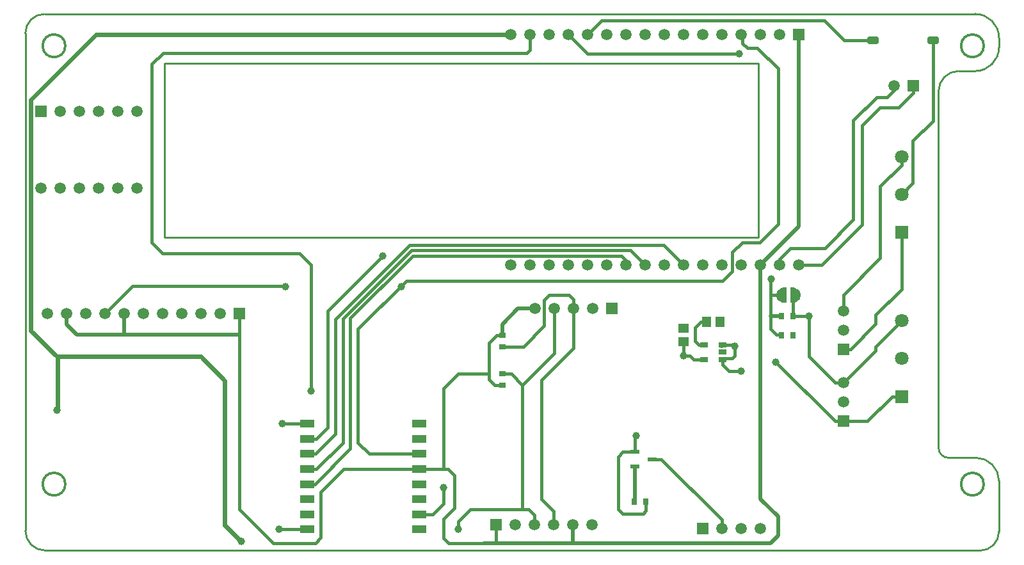
<source format=gtl>
G04*
G04 #@! TF.GenerationSoftware,Altium Limited,Altium Designer,21.2.1 (34)*
G04*
G04 Layer_Physical_Order=1*
G04 Layer_Color=255*
%FSLAX44Y44*%
%MOMM*%
G71*
G04*
G04 #@! TF.SameCoordinates,603A0A18-1311-4174-A4CB-90F12E54E7A9*
G04*
G04*
G04 #@! TF.FilePolarity,Positive*
G04*
G01*
G75*
%ADD11C,0.2540*%
%ADD15C,0.3000*%
%ADD16C,1.0000*%
%ADD26R,0.5000X2.0000*%
%ADD33R,1.0000X1.0000*%
G04:AMPARAMS|DCode=34|XSize=1.5mm|YSize=1mm|CornerRadius=0.25mm|HoleSize=0mm|Usage=FLASHONLY|Rotation=180.000|XOffset=0mm|YOffset=0mm|HoleType=Round|Shape=RoundedRectangle|*
%AMROUNDEDRECTD34*
21,1,1.5000,0.5000,0,0,180.0*
21,1,1.0000,1.0000,0,0,180.0*
1,1,0.5000,-0.5000,0.2500*
1,1,0.5000,0.5000,0.2500*
1,1,0.5000,0.5000,-0.2500*
1,1,0.5000,-0.5000,-0.2500*
%
%ADD34ROUNDEDRECTD34*%
%ADD35R,1.9500X1.0500*%
%ADD36R,1.1000X0.6500*%
%ADD37R,1.1500X0.6000*%
%ADD38R,0.7000X0.9000*%
%ADD39R,0.9000X0.7000*%
%ADD40R,1.2000X1.4000*%
%ADD41R,1.4000X1.2000*%
%ADD42C,0.6000*%
%ADD43C,0.4000*%
%ADD44C,0.5000*%
%ADD45R,0.5000X1.0000*%
%ADD46R,1.5000X1.5000*%
%ADD47C,1.5000*%
%ADD48R,1.8000X1.8000*%
%ADD49C,1.8000*%
%ADD50R,1.5000X1.5000*%
%ADD51C,1.0000*%
D11*
X1913011Y1480000D02*
G03*
X1937978Y1504966I0J24966D01*
G01*
X1938040Y2158600D02*
G03*
X1906640Y2190000I-31400J0D01*
G01*
X1937978Y1572309D02*
G03*
X1907515Y1602771I-30463J0D01*
G01*
X1884624Y2114464D02*
G03*
X1858160Y2088000I0J-26464D01*
G01*
X1858166Y1615620D02*
G03*
X1870866Y1602920I12700J0D01*
G01*
X1906640Y2114464D02*
G03*
X1938040Y2145864I0J31400D01*
G01*
X650000Y1506454D02*
G03*
X676454Y1480000I26455J0D01*
G01*
X675392Y2190000D02*
G03*
X650000Y2164608I0J-25392D01*
G01*
X834452Y2124645D02*
X1619451Y2124645D01*
X834452Y1894645D02*
X1619451Y1894645D01*
Y2124645D01*
X834452Y1894645D02*
Y2124645D01*
X676454Y1480000D02*
X1913011D01*
X1938040Y2145864D02*
Y2158600D01*
X675392Y2190000D02*
X1906640D01*
X1903863Y1602920D02*
X1907515D01*
X1884624Y2114464D02*
X1906640D01*
X1858000Y2088000D02*
X1858000Y1615620D01*
X1937978Y1504966D02*
Y1572309D01*
X1870866Y1602920D02*
X1903863D01*
X650000Y1506454D02*
X650000Y2164608D01*
D15*
X1917878Y2147934D02*
G03*
X1917878Y2147934I-15000J0D01*
G01*
Y1567934D02*
G03*
X1917878Y1567934I-15000J0D01*
G01*
X702878D02*
G03*
X702878Y1567934I-15000J0D01*
G01*
Y2147934D02*
G03*
X702878Y2147934I-15000J0D01*
G01*
D16*
X1652019Y1822903D02*
G03*
X1652019Y1813097I981J-4903D01*
G01*
X1666981D02*
G03*
X1666981Y1822903I-981J4903D01*
G01*
D26*
X1654500Y1818000D02*
D03*
X1664500Y1818000D02*
D03*
D33*
X1651000Y1818000D02*
D03*
X1668000D02*
D03*
D34*
X1850500Y2155039D02*
D03*
X1771500D02*
D03*
D35*
X1023000Y1648000D02*
D03*
Y1628000D02*
D03*
Y1608000D02*
D03*
Y1588000D02*
D03*
Y1568000D02*
D03*
Y1548000D02*
D03*
Y1528000D02*
D03*
Y1508000D02*
D03*
X1171000D02*
D03*
Y1528000D02*
D03*
Y1548000D02*
D03*
Y1568000D02*
D03*
Y1588000D02*
D03*
Y1608000D02*
D03*
Y1628000D02*
D03*
Y1648000D02*
D03*
D36*
X1572208Y1733054D02*
D03*
Y1742554D02*
D03*
Y1752054D02*
D03*
X1548208D02*
D03*
Y1733054D02*
D03*
D37*
X1456750Y1610500D02*
D03*
Y1591500D02*
D03*
X1479250Y1601000D02*
D03*
D38*
X1665500Y1790000D02*
D03*
X1650500D02*
D03*
X1470500Y1544692D02*
D03*
X1455500D02*
D03*
X1665500Y1765248D02*
D03*
X1650500D02*
D03*
D39*
X1280700Y1698679D02*
D03*
Y1713679D02*
D03*
X1280700Y1764500D02*
D03*
Y1749500D02*
D03*
D40*
X1551208Y1782954D02*
D03*
X1569208D02*
D03*
D41*
X1520691Y1756248D02*
D03*
Y1774248D02*
D03*
D42*
X882400Y1736587D02*
X914000Y1704987D01*
Y1513250D02*
X935250Y1492000D01*
X914000Y1513250D02*
Y1704987D01*
X692450Y1666821D02*
Y1736587D01*
X691684Y1666055D02*
X692450Y1666821D01*
X657437Y1770834D02*
Y2076842D01*
X691684Y1736587D02*
Y1736587D01*
X882400D01*
X657437Y1770834D02*
X691684Y1736587D01*
X743241Y2162645D02*
X1292451D01*
X657437Y2076842D02*
X743241Y2162645D01*
D43*
X1050000Y1643000D02*
Y1796895D01*
X1122790Y1869685D01*
X1090000Y1773000D02*
X1153750Y1836750D01*
X993460Y1830000D02*
X994000Y1829460D01*
X791400Y1830000D02*
X993460D01*
X1090000Y1622600D02*
Y1773000D01*
X1153750Y1836750D02*
X1572250D01*
X755400Y1794000D02*
X791400Y1830000D01*
X990000Y1648000D02*
X1023000D01*
X1013000Y1873000D02*
X1028000Y1858000D01*
Y1691000D02*
Y1858000D01*
X831803Y1873000D02*
X1013000D01*
X817461Y1887341D02*
X831803Y1873000D01*
X817461Y1887341D02*
Y2123461D01*
X1412406Y2181000D02*
X1707000D01*
X1732961Y2155039D02*
X1763539D01*
X1707000Y2181000D02*
X1732961Y2155039D01*
X1332600Y1705279D02*
X1375000Y1747679D01*
X1332600Y1548000D02*
Y1705279D01*
X1375000Y1747679D02*
Y1800000D01*
Y1812000D01*
X1369000Y1818000D02*
X1375000Y1812000D01*
X1349600Y1741506D02*
Y1800000D01*
X1308646Y1749500D02*
X1336300Y1777154D01*
Y1811300D01*
X1343000Y1818000D01*
X1167500Y1588000D02*
X1169250Y1589750D01*
X1636012Y1818000D02*
Y1838011D01*
Y1790000D02*
Y1818000D01*
X1648599D02*
X1651000Y1820401D01*
X1648000Y1818000D02*
X1648599D01*
X1636012D02*
X1648000D01*
X1666319Y1815819D02*
X1668000D01*
X1665500Y1790000D02*
Y1815000D01*
X1666319Y1815819D01*
X1636012Y1772989D02*
Y1790000D01*
X1650091Y1765657D02*
X1650500Y1765248D01*
X1636012Y1772989D02*
X1643343Y1765657D01*
X1650091D01*
X1393830Y2137467D02*
X1594612D01*
X1686360Y1737097D02*
Y1790000D01*
X1665500D02*
X1686360D01*
Y1737097D02*
X1721657Y1701800D01*
X1636012Y1838011D02*
X1637000Y1839000D01*
X1307200Y1534791D02*
X1315775D01*
X1323400Y1514000D02*
Y1527166D01*
X1315775Y1534791D02*
X1323400Y1527166D01*
X1307200Y1534791D02*
Y1699106D01*
X1222887Y1518637D02*
X1239041Y1534791D01*
X1307200D01*
Y1699106D02*
X1349600Y1741506D01*
X1332600Y1548000D02*
X1348800Y1531800D01*
Y1514000D02*
Y1531800D01*
X1272600Y1489750D02*
Y1514000D01*
X1434000Y1534942D02*
X1439942Y1529000D01*
X1434000Y1604246D02*
X1440254Y1610500D01*
X1434000Y1534942D02*
Y1604246D01*
X1440254Y1610500D02*
X1456750D01*
Y1630500D01*
X1458250Y1632000D01*
X1470500Y1532500D02*
Y1544692D01*
X1439942Y1529000D02*
X1467000D01*
X1470500Y1532500D01*
X1533946Y1733054D02*
X1548208D01*
X1529446Y1737554D02*
X1533946Y1733054D01*
X1520691Y1737554D02*
X1529446D01*
X1809000Y1990000D02*
Y2001000D01*
X1781000Y1962000D02*
X1809000Y1990000D01*
X1781000Y1867000D02*
Y1962000D01*
X1732000Y1818000D02*
X1781000Y1867000D01*
X1732000Y1797400D02*
Y1818000D01*
X1571400Y1509000D02*
Y1520600D01*
X1491000Y1601000D02*
X1571400Y1520600D01*
X1479250Y1601000D02*
X1491000D01*
X1313372Y2138372D02*
X1317852Y2142852D01*
X832372Y2138372D02*
X1313372D01*
X817461Y2123461D02*
X832372Y2138372D01*
X1317852Y2142852D02*
Y2162645D01*
X1809000Y1951000D02*
X1824000Y1966000D01*
Y2022000D01*
X1850500Y2048500D01*
Y2155039D01*
X1763539D02*
X1765500Y2157000D01*
X1394052Y2162645D02*
X1412406Y2181000D01*
X1745451Y2049451D02*
X1776000Y2080000D01*
X1745451Y1917943D02*
Y2049451D01*
X1776000Y2080000D02*
X1790000D01*
X1757000Y2042440D02*
X1780560Y2066000D01*
X1757000Y1911000D02*
Y2042440D01*
X1780560Y2066000D02*
X1805000D01*
X1801000Y2091000D02*
Y2097481D01*
X1790000Y2080000D02*
X1801000Y2091000D01*
X1805000Y2066000D02*
X1825000Y2086000D01*
Y2094774D01*
X1797000Y1684000D02*
X1809000D01*
X1764000Y1651000D02*
X1797000Y1684000D01*
X1732000Y1651000D02*
X1764000D01*
X1368651Y2162645D02*
X1393830Y2137467D01*
X1721000Y1651000D02*
X1732000D01*
X1643000Y1729000D02*
X1721000Y1651000D01*
X1588656Y1737444D02*
Y1747748D01*
X1585211Y1734000D02*
X1588656Y1737444D01*
X1573154Y1734000D02*
X1585211D01*
X1263700Y1713679D02*
Y1754948D01*
Y1706110D02*
Y1713679D01*
X1223000D02*
X1263700D01*
X1203500Y1694179D02*
X1223000Y1713679D01*
X1203500Y1588000D02*
Y1694179D01*
X1271131Y1698679D02*
X1280700D01*
X1263700Y1706110D02*
X1271131Y1698679D01*
X1203500Y1588000D02*
X1209000D01*
X1273252Y1764500D02*
X1280700D01*
X1263700Y1754948D02*
X1273252Y1764500D01*
X1280700Y1713679D02*
X1292628D01*
X1307200Y1699106D01*
X1280700Y1749500D02*
X1308646D01*
X1572208Y1733054D02*
X1573154Y1734000D01*
X1572208Y1752054D02*
X1584350D01*
X1775000Y1780000D02*
Y1792000D01*
X1741600Y1746600D02*
X1775000Y1780000D01*
X1732000Y1746600D02*
X1741600D01*
X1580410Y1717352D02*
X1596800D01*
X1572208Y1725554D02*
X1580410Y1717352D01*
X1572208Y1725554D02*
Y1733054D01*
X1343000Y1818000D02*
X1369000D01*
X1721657Y1701800D02*
X1732000D01*
X1775000Y1744800D02*
Y1750000D01*
X1732000Y1701800D02*
X1775000Y1744800D01*
Y1750000D02*
X1809000Y1784000D01*
X1594612Y2137467D02*
Y2137664D01*
X1543557Y1782954D02*
X1551208D01*
X1535604Y1775002D02*
X1543557Y1782954D01*
X1535604Y1757579D02*
Y1775002D01*
Y1757579D02*
X1541129Y1752054D01*
X1605044Y2145189D02*
X1618457D01*
X1598290Y1887750D02*
X1621855D01*
X1646000Y1911895D01*
X1585211Y1874671D02*
X1598290Y1887750D01*
X1646000Y1911895D02*
Y2117645D01*
X1541129Y1752054D02*
X1548208D01*
X1570958Y1750804D02*
X1572208Y1752054D01*
X1520691Y1756248D02*
X1520691Y1756248D01*
Y1737554D02*
Y1756248D01*
X1585211Y1849711D02*
Y1874671D01*
X1572250Y1836750D02*
X1585211Y1849711D01*
X1210250Y1489750D02*
X1256400D01*
X1033460D02*
X1041000Y1497290D01*
X978250Y1489750D02*
X1033460D01*
X933200Y1534800D02*
X978250Y1489750D01*
X1041000Y1497290D02*
Y1557541D01*
X1203500Y1496500D02*
X1210250Y1489750D01*
X1203500Y1496500D02*
Y1521800D01*
X1209000Y1588000D02*
X1217750Y1579250D01*
Y1536050D02*
Y1579250D01*
X1203500Y1521800D02*
X1217750Y1536050D01*
X1171000Y1588000D02*
X1203500D01*
X1222887Y1508000D02*
Y1518637D01*
X1203500Y1542575D02*
Y1563558D01*
X1188925Y1528000D02*
X1203500Y1542575D01*
X1171000Y1528000D02*
X1188925D01*
X1618457Y2145189D02*
X1646000Y2117645D01*
X1599000Y2151232D02*
X1605044Y2145189D01*
X1599000Y2151232D02*
Y2160897D01*
X1494697Y1884000D02*
X1521051Y1857645D01*
X1158000Y1884000D02*
X1494697D01*
X1441875Y1857645D02*
X1444000Y1859771D01*
X1438750Y1870250D02*
X1444000Y1865000D01*
X1162849Y1870250D02*
X1438750D01*
X1080000Y1787401D02*
X1162849Y1870250D01*
X1707508Y1880000D02*
X1745451Y1917943D01*
X1662054Y1880000D02*
X1707508D01*
X1648051Y1865997D02*
X1662054Y1880000D01*
X1648051Y1857645D02*
Y1865997D01*
X1703645Y1857645D02*
X1757000Y1911000D01*
X1673452Y1857645D02*
X1703645D01*
X1495000Y1856994D02*
X1495652Y1857645D01*
X1080000Y1615000D02*
Y1787401D01*
X1033000Y1568000D02*
X1080000Y1615000D01*
X1023000Y1568000D02*
X1033000D01*
X1090000Y1622600D02*
X1104600Y1608000D01*
X1060000Y1786000D02*
X1158000Y1884000D01*
X1060000Y1634540D02*
Y1786000D01*
X1033460Y1608000D02*
X1060000Y1634540D01*
X1070000Y1786650D02*
X1160810Y1877460D01*
X1070000Y1623000D02*
Y1786650D01*
X1035000Y1588000D02*
X1070000Y1623000D01*
X1035000Y1628000D02*
X1050000Y1643000D01*
X1023000Y1608000D02*
X1033460D01*
X933200Y1765000D02*
Y1794000D01*
Y1534800D02*
Y1765000D01*
X986000Y1508000D02*
X1023000D01*
X1597251Y2162645D02*
X1599000Y2160897D01*
X1160810Y1877460D02*
X1450437D01*
X1470251Y1857645D01*
X1444000Y1859771D02*
Y1865000D01*
X1441875Y1857645D02*
X1444852D01*
X1104600Y1608000D02*
X1171000D01*
X1041000Y1557541D02*
X1071459Y1588000D01*
X1167500D01*
X1023000Y1588000D02*
X1035000D01*
X1495652Y1857645D02*
Y1858521D01*
X1023000Y1628000D02*
X1035000D01*
X1169250Y1589750D02*
X1171000Y1588000D01*
X1775000Y1792000D02*
X1809000Y1826000D01*
Y1901000D01*
D44*
X780800Y1766700D02*
X781500Y1766000D01*
X932200D02*
X933200Y1765000D01*
X717878Y1766000D02*
X780800D01*
Y1766700D02*
Y1794000D01*
X704878Y1779000D02*
X717878Y1766000D01*
X781500D02*
X932200D01*
X1280700Y1764500D02*
Y1779001D01*
X1301699Y1800000D01*
X1324200D01*
X1649500Y1820401D02*
X1651000D01*
X1668000Y1818000D02*
Y1820401D01*
Y1815819D02*
Y1818000D01*
X1636012Y1790000D02*
X1650500D01*
X1636012Y1790000D02*
X1636012Y1790000D01*
X1374000Y1489750D02*
X1635750D01*
X1272600D02*
X1374000D01*
Y1513800D02*
X1374200Y1514000D01*
X1374000Y1489750D02*
Y1513800D01*
X1635750Y1489750D02*
X1646000Y1500000D01*
X1256400Y1489750D02*
X1272600D01*
X1456750Y1546942D02*
Y1591500D01*
X1455500Y1545692D02*
X1456750Y1546942D01*
X1455500Y1544692D02*
Y1545692D01*
X1646000Y1500000D02*
Y1525071D01*
X1622651Y1548420D02*
X1622652Y1857645D01*
X1622651Y1548420D02*
X1646000Y1525071D01*
X1673452Y1908445D02*
Y2162645D01*
X1622652Y1857645D02*
X1673452Y1908445D01*
X704600Y1794000D02*
X704878Y1793722D01*
Y1779000D02*
Y1793722D01*
D45*
X1649500Y1818000D02*
D03*
X1669500D02*
D03*
D46*
X1425800Y1800000D02*
D03*
X671031Y2061600D02*
D03*
X1272600Y1514000D02*
D03*
X1546000Y1509000D02*
D03*
X933200Y1794000D02*
D03*
X1673452Y2162645D02*
D03*
X1825000Y2094774D02*
D03*
D47*
X1400400Y1800000D02*
D03*
X1375000D02*
D03*
X1349600D02*
D03*
X1324200D02*
D03*
X671031Y1960000D02*
D03*
X798030D02*
D03*
X772630D02*
D03*
X747231D02*
D03*
X721831D02*
D03*
X696431D02*
D03*
Y2061600D02*
D03*
X721831D02*
D03*
X747231D02*
D03*
X772630D02*
D03*
X798030D02*
D03*
X1298000Y1514000D02*
D03*
X1323400D02*
D03*
X1348800D02*
D03*
X1374200D02*
D03*
X1399600D02*
D03*
X1571400Y1509000D02*
D03*
X1596800D02*
D03*
X1622200D02*
D03*
X679200Y1794000D02*
D03*
X704600D02*
D03*
X730000D02*
D03*
X755400D02*
D03*
X780800D02*
D03*
X806200D02*
D03*
X831600D02*
D03*
X857000D02*
D03*
X882400D02*
D03*
X907800D02*
D03*
X1292451Y1857645D02*
D03*
X1317852Y1857645D02*
D03*
X1343251Y1857645D02*
D03*
X1368651Y1857645D02*
D03*
X1394052D02*
D03*
X1419451Y1857645D02*
D03*
X1444852Y1857645D02*
D03*
X1470251Y1857645D02*
D03*
X1495652Y1857645D02*
D03*
X1521051D02*
D03*
X1546452D02*
D03*
X1571852D02*
D03*
X1597251D02*
D03*
X1622652D02*
D03*
X1648051Y1857645D02*
D03*
X1673452Y1857645D02*
D03*
X1648051Y2162645D02*
D03*
X1622652D02*
D03*
X1597251D02*
D03*
X1571852Y2162645D02*
D03*
X1546452Y2162645D02*
D03*
X1521051D02*
D03*
X1495652D02*
D03*
X1470251D02*
D03*
X1444852D02*
D03*
X1419451D02*
D03*
X1394052Y2162645D02*
D03*
X1368651Y2162645D02*
D03*
X1343251Y2162645D02*
D03*
X1317852Y2162645D02*
D03*
X1292451D02*
D03*
X1799600Y2094774D02*
D03*
X1732000Y1772000D02*
D03*
Y1797400D02*
D03*
Y1676400D02*
D03*
Y1701800D02*
D03*
D48*
X1809000Y1901000D02*
D03*
Y1684000D02*
D03*
D49*
Y1951000D02*
D03*
Y2001000D02*
D03*
Y1734000D02*
D03*
Y1784000D02*
D03*
D50*
X1732000Y1746600D02*
D03*
Y1651000D02*
D03*
D51*
X1520691Y1737554D02*
D03*
X691684Y1666055D02*
D03*
X1147000Y1829460D02*
D03*
X994000D02*
D03*
X990000Y1648000D02*
D03*
X1686360Y1790000D02*
D03*
X1637000Y1839000D02*
D03*
X1458250Y1632000D02*
D03*
X1028000Y1691000D02*
D03*
X1643000Y1729000D02*
D03*
X1588656Y1750804D02*
D03*
X1596800Y1717352D02*
D03*
X1594612Y2137664D02*
D03*
X935250Y1492000D02*
D03*
X1222887Y1508000D02*
D03*
X1203500Y1563558D02*
D03*
X1122790Y1869685D02*
D03*
X986000Y1508000D02*
D03*
M02*

</source>
